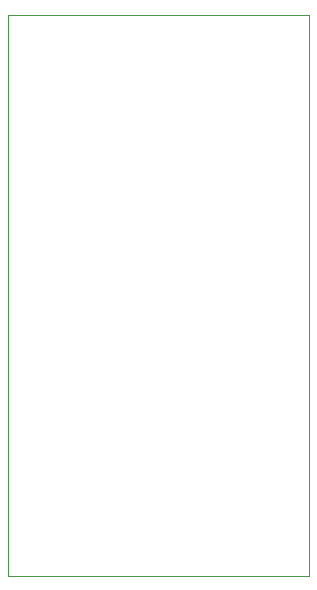
<source format=gbr>
%TF.GenerationSoftware,KiCad,Pcbnew,8.0.0*%
%TF.CreationDate,2024-03-30T13:04:04-05:00*%
%TF.ProjectId,PIC_DEV_Board,5049435f-4445-4565-9f42-6f6172642e6b,rev?*%
%TF.SameCoordinates,Original*%
%TF.FileFunction,Profile,NP*%
%FSLAX46Y46*%
G04 Gerber Fmt 4.6, Leading zero omitted, Abs format (unit mm)*
G04 Created by KiCad (PCBNEW 8.0.0) date 2024-03-30 13:04:04*
%MOMM*%
%LPD*%
G01*
G04 APERTURE LIST*
%TA.AperFunction,Profile*%
%ADD10C,0.050000*%
%TD*%
G04 APERTURE END LIST*
D10*
X134500000Y-84000000D02*
X160000000Y-84000000D01*
X160000000Y-131500000D01*
X134500000Y-131500000D01*
X134500000Y-84000000D01*
M02*

</source>
